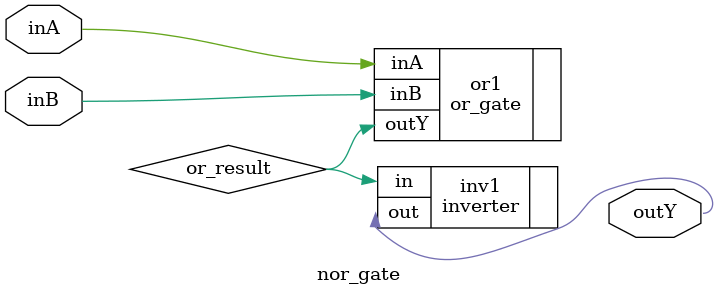
<source format=sv>
module nor_gate (
    input inA,
    input inB,
    output outY
);
    // NOR gate built using NOT OR: ~(A | B)
    // Step 1: Generate OR of inputs
    wire or_result;
    or_gate or1 (
        .inA(inA),
        .inB(inB),
        .outY(or_result)
    );
    
    // Step 2: Invert the OR result to get NOR
    inverter inv1 (
        .in(or_result),
        .out(outY)
    );
endmodule
</source>
